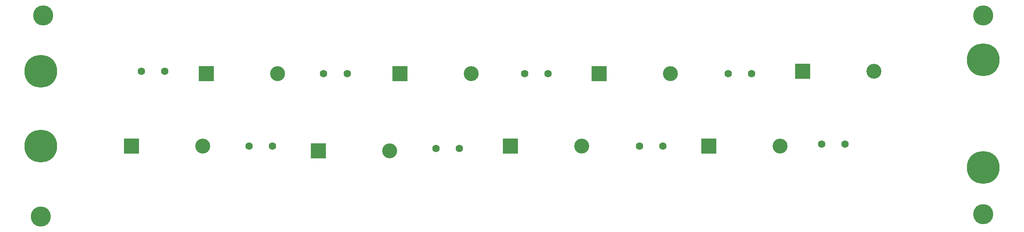
<source format=gbr>
%TF.GenerationSoftware,KiCad,Pcbnew,8.0.7*%
%TF.CreationDate,2025-10-03T18:14:03-07:00*%
%TF.ProjectId,HV Power Supply,48562050-6f77-4657-9220-537570706c79,rev?*%
%TF.SameCoordinates,Original*%
%TF.FileFunction,Soldermask,Bot*%
%TF.FilePolarity,Negative*%
%FSLAX46Y46*%
G04 Gerber Fmt 4.6, Leading zero omitted, Abs format (unit mm)*
G04 Created by KiCad (PCBNEW 8.0.7) date 2025-10-03 18:14:03*
%MOMM*%
%LPD*%
G01*
G04 APERTURE LIST*
%ADD10C,4.300000*%
%ADD11C,7.000000*%
%ADD12C,1.600000*%
%ADD13R,3.200000X3.200000*%
%ADD14O,3.200000X3.200000*%
G04 APERTURE END LIST*
D10*
%TO.C,H8*%
X257000000Y-123500000D03*
%TD*%
%TO.C,H7*%
X257000000Y-81000000D03*
%TD*%
%TO.C,H6*%
X55500000Y-124000000D03*
%TD*%
%TO.C,H5*%
X56000000Y-81000000D03*
%TD*%
D11*
%TO.C,H4*%
X257000000Y-90500000D03*
%TD*%
D12*
%TO.C,C7*%
X202500000Y-93500000D03*
X207500000Y-93500000D03*
%TD*%
%TO.C,C5*%
X159000000Y-93500000D03*
X164000000Y-93500000D03*
%TD*%
D11*
%TO.C,H3*%
X257000000Y-113500000D03*
%TD*%
D12*
%TO.C,C1*%
X77000000Y-93000000D03*
X82000000Y-93000000D03*
%TD*%
%TO.C,C4*%
X140000000Y-109500000D03*
X145000000Y-109500000D03*
%TD*%
D13*
%TO.C,D1*%
X74880000Y-109000000D03*
D14*
X90120000Y-109000000D03*
%TD*%
%TO.C,D3*%
X130120000Y-110000000D03*
D13*
X114880000Y-110000000D03*
%TD*%
D14*
%TO.C,D6*%
X190120000Y-93500000D03*
D13*
X174880000Y-93500000D03*
%TD*%
D14*
%TO.C,D5*%
X171120000Y-109000000D03*
D13*
X155880000Y-109000000D03*
%TD*%
D12*
%TO.C,C8*%
X227500000Y-108500000D03*
X222500000Y-108500000D03*
%TD*%
%TO.C,C3*%
X116000000Y-93500000D03*
X121000000Y-93500000D03*
%TD*%
D14*
%TO.C,D7*%
X213620000Y-109000000D03*
D13*
X198380000Y-109000000D03*
%TD*%
D14*
%TO.C,D4*%
X147500000Y-93500000D03*
D13*
X132260000Y-93500000D03*
%TD*%
D12*
%TO.C,C2*%
X100000000Y-109000000D03*
X105000000Y-109000000D03*
%TD*%
D14*
%TO.C,D8*%
X233620000Y-93000000D03*
D13*
X218380000Y-93000000D03*
%TD*%
%TO.C,D2*%
X90880000Y-93500000D03*
D14*
X106120000Y-93500000D03*
%TD*%
D12*
%TO.C,C6*%
X183500000Y-109000000D03*
X188500000Y-109000000D03*
%TD*%
D11*
%TO.C,H1*%
X55500000Y-93000000D03*
%TD*%
%TO.C,H2*%
X55500000Y-109000000D03*
%TD*%
M02*

</source>
